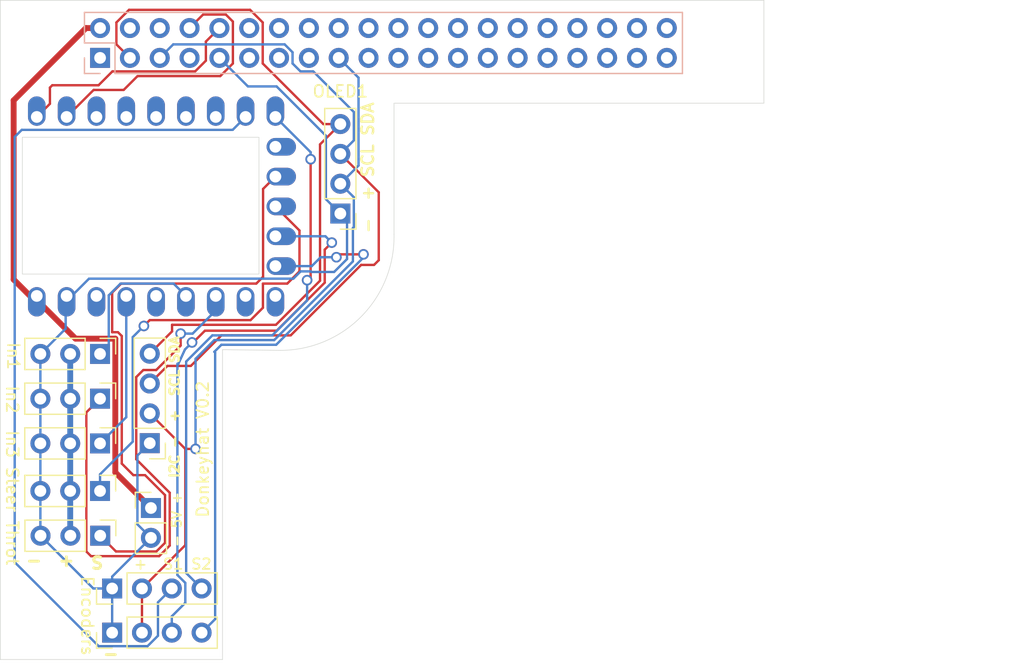
<source format=kicad_pcb>
(kicad_pcb (version 20240108) (generator "pcbnew") (generator_version "8.0")
  (title_block (date "15 nov 2012"))
  (layers (0 "F.Cu" signal) (31 "B.Cu" signal) (34 "B.Paste" user) (35 "F.Paste" user) (36 "B.SilkS" user "B.Silkscreen") (37 "F.SilkS" user "F.Silkscreen") (38 "B.Mask" user) (39 "F.Mask" user) (44 "Edge.Cuts" user))
  (net 0 "")
  (net 1 "GND")
  (net 2 "/GPIO2{slash}SDA1")
  (net 3 "/GPIO3{slash}SCL1")
  (net 4 "/GPIO4{slash}GPCLK0")
  (net 5 "/GPIO14{slash}TXD0")
  (net 6 "/GPIO15{slash}RXD0")
  (net 7 "/GPIO17")
  (net 8 "/GPIO18{slash}PCM.CLK")
  (net 9 "/GPIO27")
  (net 10 "/GPIO22")
  (net 11 "/GPIO23")
  (net 12 "/GPIO24")
  (net 13 "/GPIO10{slash}SPI0.MOSI")
  (net 14 "/GPIO9{slash}SPI0.MISO")
  (net 15 "/GPIO25")
  (net 16 "/GPIO11{slash}SPI0.SCLK")
  (net 17 "/GPIO8{slash}SPI0.CE0")
  (net 18 "/GPIO7{slash}SPI0.CE1")
  (net 19 "/ID_SDA")
  (net 20 "/ID_SCL")
  (net 21 "/GPIO5")
  (net 23 "/GPIO12{slash}PWM0")
  (net 24 "/GPIO13{slash}PWM1")
  (net 25 "/GPIO19{slash}PCM.FS")
  (net 26 "/GPIO16")
  (net 27 "/GPIO26")
  (net 28 "/GPIO20{slash}PCM.DIN")
  (net 29 "/GPIO21{slash}PCM.DOUT")
  (net 30 "+5V")
  (net 31 "+3V3")
  (net 32 "Enc2B")
  (net 33 "Enc2A")
  (net 34 "Enc1A")
  (net 36 "Enc1B")
  (net 38 "unconnected-(U2-15-Pad16)")
  (net 43 "Net-(In1-Pin_1)")
  (net 44 "Net-(In2-Pin_1)")
  (net 45 "Net-(In3-Pin_1)")
  (net 46 "Net-(St1-Pin_1)")
  (net 47 "Net-(Thr1-Pin_1)")
  (net 48 "+BATT")
  (footprint "MountingHole:MountingHole_2.7mm_M2.5" (layer "F.Cu") (at 161.5 47.5)
    (property "Reference" "MH2" (hide yes))
    (property "Value" "MountingHole_2.7mm_M2.5" (hide yes))
    (pad "" np_thru_hole circle (at 0 0) (size 2.7 2.7) (drill 2.7) (layers "*.Cu" "*.Mask"))
  )
  (footprint "mcu:rp2040-zero-tht" (layer "F.Cu") (at 113.14 61.42 90)
    (property "Reference" "U2" (hide yes))
    (property "Value" "rp2040-zero" (hide yes))
    (pad "1" thru_hole oval (at 7.62 -10.16 270) (size 2.5 1.5) (drill 1 (offset -0.5 0)) (layers "*.Cu" "*.Mask") (net 6 "/GPIO15{slash}RXD0"))
    (pad "2" thru_hole oval (at 7.62 -7.62 270) (size 2.5 1.5) (drill 1 (offset -0.5 0)) (layers "*.Cu" "*.Mask") (net 5 "/GPIO14{slash}TXD0"))
    (pad "3" thru_hole oval (at 7.62 -5.08 270) (size 2.5 1.5) (drill 1 (offset -0.5 0)) (layers "*.Cu" "*.Mask"))
    (pad "4" thru_hole oval (at 7.62 -2.54 270) (size 2.5 1.5) (drill 1 (offset -0.5 0)) (layers "*.Cu" "*.Mask"))
    (pad "5" thru_hole oval (at 7.62 0 270) (size 2.5 1.5) (drill 1 (offset -0.5 0)) (layers "*.Cu" "*.Mask"))
    (pad "6" thru_hole oval (at 7.62 2.54 270) (size 2.5 1.5) (drill 1 (offset -0.5 0)) (layers "*.Cu" "*.Mask"))
    (pad "7" thru_hole oval (at 7.62 5.08 270) (size 2.5 1.5) (drill 1 (offset -0.5 0)) (layers "*.Cu" "*.Mask"))
    (pad "8" thru_hole oval (at 7.62 7.62 270) (size 2.5 1.5) (drill 1 (offset -0.5 0)) (layers "*.Cu" "*.Mask") (net 34 "Enc1A"))
    (pad "9" thru_hole oval (at 7.62 10.16 270) (size 2.5 1.5) (drill 1 (offset -0.5 0)) (layers "*.Cu" "*.Mask") (net 36 "Enc1B"))
    (pad "10" thru_hole oval (at 5.08 10.16 180) (size 2.5 1.5) (drill 1 (offset -0.5 0)) (layers "*.Cu" "*.Mask"))
    (pad "11" thru_hole oval (at 2.54 10.16 180) (size 2.5 1.5) (drill 1 (offset -0.5 0)) (layers "*.Cu" "*.Mask") (net 46 "Net-(St1-Pin_1)"))
    (pad "12" thru_hole oval (at 0 10.16 180) (size 2.5 1.5) (drill 1 (offset -0.5 0)) (layers "*.Cu" "*.Mask") (net 47 "Net-(Thr1-Pin_1)"))
    (pad "13" thru_hole oval (at -2.54 10.16 180) (size 2.5 1.5) (drill 1 (offset -0.5 0)) (layers "*.Cu" "*.Mask") (net 33 "Enc2A"))
    (pad "14" thru_hole oval (at -5.08 10.16 180) (size 2.5 1.5) (drill 1 (offset -0.5 0)) (layers "*.Cu" "*.Mask") (net 32 "Enc2B"))
    (pad "15" thru_hole oval (at -7.62 10.16 90) (size 2.5 1.5) (drill 1 (offset -0.5 0)) (layers "*.Cu" "*.Mask"))
    (pad "16" thru_hole oval (at -7.62 7.62 90) (size 2.5 1.5) (drill 1 (offset -0.5 0)) (layers "*.Cu" "*.Mask") (net 38 "unconnected-(U2-15-Pad16)"))
    (pad "17" thru_hole oval (at -7.62 5.08 90) (size 2.5 1.5) (drill 1 (offset -0.5 0)) (layers "*.Cu" "*.Mask") (net 44 "Net-(In2-Pin_1)"))
    (pad "18" thru_hole oval (at -7.62 2.54 90) (size 2.5 1.5) (drill 1 (offset -0.5 0)) (layers "*.Cu" "*.Mask") (net 45 "Net-(In3-Pin_1)"))
    (pad "19" thru_hole oval (at -7.62 0 90) (size 2.5 1.5) (drill 1 (offset -0.5 0)) (layers "*.Cu" "*.Mask"))
    (pad "20" thru_hole oval (at -7.62 -2.54 90) (size 2.5 1.5) (drill 1 (offset -0.5 0)) (layers "*.Cu" "*.Mask") (net 43 "Net-(In1-Pin_1)"))
    (pad "21" thru_hole oval (at -7.62 -5.08 90) (size 2.5 1.5) (drill 1 (offset -0.5 0)) (layers "*.Cu" "*.Mask"))
    (pad "22" thru_hole oval (at -7.62 -7.62 90) (size 2.5 1.5) (drill 1 (offset -0.5 0)) (layers "*.Cu" "*.Mask") (net 1 "GND"))
    (pad "23" thru_hole oval (at -7.62 -10.16 90) (size 2.5 1.5) (drill 1 (offset -0.5 0)) (layers "*.Cu" "*.Mask") (net 30 "+5V"))
  )
  (footprint "Connector_PinHeader_2.54mm:PinHeader_1x03_P2.54mm_Vertical" (layer "F.Cu") (at 108.382 89.459 -90)
    (property "Reference" "St1" (hide yes))
    (property "Value" "Conn_01x03_Pin" (hide yes))
    (fp_line (start -1.33 6.409999) (end 1.33 6.409999) (stroke (width 0.12)) (layer "F.SilkS"))
    (fp_line (start -1.33 1.270001) (end -1.33 6.409999) (stroke (width 0.12)) (layer "F.SilkS"))
    (fp_line (start -1.33 1.270001) (end 1.33 1.270001) (stroke (width 0.12)) (layer "F.SilkS"))
    (fp_line (start 1.33 1.270001) (end 1.33 6.409999) (stroke (width 0.12)) (layer "F.SilkS"))
    (fp_line (start -1.33 0) (end -1.33 -1.33) (stroke (width 0.12)) (layer "F.SilkS"))
    (fp_line (start -1.33 -1.33) (end 0 -1.33) (stroke (width 0.12)) (layer "F.SilkS"))
    (pad "1" thru_hole rect (at 0 0 270) (size 1.7 1.7) (drill 1) (layers "*.Cu" "*.Mask") (net 46 "Net-(St1-Pin_1)"))
    (pad "2" thru_hole oval (at 0 2.54 270) (size 1.7 1.7) (drill 1) (layers "*.Cu" "*.Mask") (net 48 "+BATT"))
    (pad "3" thru_hole oval (at 0 5.079999 270) (size 1.7 1.7) (drill 1) (layers "*.Cu" "*.Mask") (net 1 "GND"))
  )
  (footprint "Connector_PinHeader_2.54mm:PinHeader_1x04_P2.54mm_Vertical" (layer "F.Cu") (at 109.398 97.714 90)
    (property "Reference" "J2" (hide yes))
    (property "Value" "Encoder 2" (hide yes))
    (fp_line (start -1.33 -1.33) (end 0 -1.33) (stroke (width 0.12)) (layer "F.SilkS"))
    (fp_line (start -1.33 0) (end -1.33 -1.33) (stroke (width 0.12)) (layer "F.SilkS"))
    (fp_line (start 1.33 1.270001) (end 1.33 8.95) (stroke (width 0.12)) (layer "F.SilkS"))
    (fp_line (start -1.33 1.270001) (end 1.33 1.270001) (stroke (width 0.12)) (layer "F.SilkS"))
    (fp_line (start -1.33 1.270001) (end -1.33 8.95) (stroke (width 0.12)) (layer "F.SilkS"))
    (fp_line (start -1.33 8.95) (end 1.33 8.95) (stroke (width 0.12)) (layer "F.SilkS"))
    (pad "1" thru_hole rect (at 0 0 90) (size 1.7 1.7) (drill 1) (layers "*.Cu" "*.Mask") (net 1 "GND"))
    (pad "2" thru_hole oval (at 0 2.54 90) (size 1.7 1.7) (drill 1) (layers "*.Cu" "*.Mask") (net 31 "+3V3"))
    (pad "3" thru_hole oval (at 0 5.079999 90) (size 1.7 1.7) (drill 1) (layers "*.Cu" "*.Mask") (net 33 "Enc2A"))
    (pad "4" thru_hole oval (at 0 7.62 90) (size 1.7 1.7) (drill 1) (layers "*.Cu" "*.Mask") (net 32 "Enc2B"))
  )
  (footprint "Connector_PinHeader_2.54mm:PinHeader_1x02_P2.54mm_Vertical" (layer "F.Cu") (at 112.7 87.1)
    (property "Reference" "5V1" (hide yes))
    (property "Value" "Conn_01x02_Pin" (hide yes))
    (fp_line (start -1.33 -1.33) (end 0 -1.33) (stroke (width 0.12)) (layer "F.SilkS"))
    (fp_line (start -1.33 0) (end -1.33 -1.33) (stroke (width 0.12)) (layer "F.SilkS"))
    (fp_line (start -1.33 1.27) (end -1.33 3.87) (stroke (width 0.12)) (layer "F.SilkS"))
    (fp_line (start -1.33 1.27) (end 1.33 1.27) (stroke (width 0.12)) (layer "F.SilkS"))
    (fp_line (start -1.33 3.87) (end 1.33 3.87) (stroke (width 0.12)) (layer "F.SilkS"))
    (fp_line (start 1.33 1.27) (end 1.33 3.87) (stroke (width 0.12)) (layer "F.SilkS"))
    (pad "1" thru_hole rect (at 0 0) (size 1.7 1.7) (drill 1) (layers "*.Cu" "*.Mask") (net 30 "+5V"))
    (pad "2" thru_hole oval (at 0 2.54) (size 1.7 1.7) (drill 1) (layers "*.Cu" "*.Mask") (net 1 "GND"))
  )
  (footprint "Connector_PinHeader_2.54mm:PinHeader_1x03_P2.54mm_Vertical" (layer "F.Cu") (at 108.367 73.98 -90)
    (property "Reference" "In3" (hide yes))
    (property "Value" "Conn_01x03_Pin" (hide yes))
    (fp_line (start -1.33 6.409999) (end 1.33 6.409999) (stroke (width 0.12)) (layer "F.SilkS"))
    (fp_line (start -1.33 1.270001) (end -1.33 6.409999) (stroke (width 0.12)) (layer "F.SilkS"))
    (fp_line (start -1.33 1.270001) (end 1.33 1.270001) (stroke (width 0.12)) (layer "F.SilkS"))
    (fp_line (start 1.33 1.270001) (end 1.33 6.409999) (stroke (width 0.12)) (layer "F.SilkS"))
    (fp_line (start -1.33 0) (end -1.33 -1.33) (stroke (width 0.12)) (layer "F.SilkS"))
    (fp_line (start -1.33 -1.33) (end 0 -1.33) (stroke (width 0.12)) (layer "F.SilkS"))
    (pad "1" thru_hole rect (at 0 0 270) (size 1.7 1.7) (drill 1) (layers "*.Cu" "*.Mask") (net 45 "Net-(In3-Pin_1)"))
    (pad "2" thru_hole oval (at 0 2.54 270) (size 1.7 1.7) (drill 1) (layers "*.Cu" "*.Mask") (net 48 "+BATT"))
    (pad "3" thru_hole oval (at 0 5.079999 270) (size 1.7 1.7) (drill 1) (layers "*.Cu" "*.Mask") (net 1 "GND"))
  )
  (footprint "MountingHole:MountingHole_2.7mm_M2.5" (layer "F.Cu") (at 103.5 96.5)
    (property "Reference" "MH3" (hide yes))
    (property "Value" "MountingHole_2.7mm_M2.5" (hide yes))
    (pad "" np_thru_hole circle (at 0 0) (size 2.7 2.7) (drill 2.7) (layers "*.Cu" "*.Mask"))
  )
  (footprint "Connector_PinHeader_2.54mm:PinHeader_1x03_P2.54mm_Vertical" (layer "F.Cu") (at 108.367001 77.79 -90)
    (property "Reference" "In2" (hide yes))
    (property "Value" "Conn_01x03_Pin" (hide yes))
    (fp_line (start -1.33 6.409999) (end 1.33 6.409999) (stroke (width 0.12)) (layer "F.SilkS"))
    (fp_line (start -1.33 1.270001) (end -1.33 6.409999) (stroke (width 0.12)) (layer "F.SilkS"))
    (fp_line (start -1.33 1.270001) (end 1.33 1.270001) (stroke (width 0.12)) (layer "F.SilkS"))
    (fp_line (start 1.33 1.270001) (end 1.33 6.409999) (stroke (width 0.12)) (layer "F.SilkS"))
    (fp_line (start -1.33 0) (end -1.33 -1.33) (stroke (width 0.12)) (layer "F.SilkS"))
    (fp_line (start -1.33 -1.33) (end 0 -1.33) (stroke (width 0.12)) (layer "F.SilkS"))
    (pad "1" thru_hole rect (at 0 0 270) (size 1.7 1.7) (drill 1) (layers "*.Cu" "*.Mask") (net 44 "Net-(In2-Pin_1)"))
    (pad "2" thru_hole oval (at 0 2.54 270) (size 1.7 1.7) (drill 1) (layers "*.Cu" "*.Mask") (net 48 "+BATT"))
    (pad "3" thru_hole oval (at 0 5.079999 270) (size 1.7 1.7) (drill 1) (layers "*.Cu" "*.Mask") (net 1 "GND"))
  )
  (footprint "MountingHole:MountingHole_2.7mm_M2.5" (layer "F.Cu") (at 103.5 47.5)
    (property "Reference" "MH1" (hide yes))
    (property "Value" "MountingHole_2.7mm_M2.5" (hide yes))
    (pad "" np_thru_hole circle (at 0 0) (size 2.7 2.7) (drill 2.7) (layers "*.Cu" "*.Mask"))
  )
  (footprint "Connector_PinHeader_2.54mm:PinHeader_1x04_P2.54mm_Vertical" (layer "F.Cu") (at 128.829 62.027 180)
    (property "Reference" "OLED1" (at 0 10.404 180) (layer "F.SilkS"))
    (property "Value" "Conn_01x04_Pin")
    (fp_line (start 1.33 1.27) (end 1.33 8.95) (stroke (width 0.12)) (layer "F.SilkS"))
    (fp_line (start -1.33 8.95) (end 1.33 8.95) (stroke (width 0.12)) (layer "F.SilkS"))
    (fp_line (start -1.33 1.27) (end 1.33 1.27) (stroke (width 0.12)) (layer "F.SilkS"))
    (fp_line (start -1.33 1.27) (end -1.33 8.95) (stroke (width 0.12)) (layer "F.SilkS"))
    (fp_line (start -1.33 0) (end -1.33 -1.33) (stroke (width 0.12)) (layer "F.SilkS"))
    (fp_line (start -1.33 -1.33) (end 0 -1.33) (stroke (width 0.12)) (layer "F.SilkS"))
    (pad "1" thru_hole rect (at 0 0 180) (size 1.7 1.7) (drill 1) (layers "*.Cu" "*.Mask") (net 1 "GND"))
    (pad "2" thru_hole oval (at 0 2.54 180) (size 1.7 1.7) (drill 1) (layers "*.Cu" "*.Mask") (net 31 "+3V3"))
    (pad "3" thru_hole oval (at 0 5.08 180) (size 1.7 1.7) (drill 1) (layers "*.Cu" "*.Mask") (net 3 "/GPIO3{slash}SCL1"))
    (pad "4" thru_hole oval (at 0 7.62 180) (size 1.7 1.7) (drill 1) (layers "*.Cu" "*.Mask") (net 2 "/GPIO2{slash}SDA1"))
  )
  (footprint "Connector_PinHeader_2.54mm:PinHeader_1x04_P2.54mm_Vertical" (layer "F.Cu") (at 109.398 93.953 90)
    (property "Reference" "J3" (hide yes))
    (property "Value" "Encoder 1" (hide yes))
    (fp_line (start -1.33 -1.33) (end 0 -1.33) (stroke (width 0.12)) (layer "F.SilkS"))
    (fp_line (start -1.33 0) (end -1.33 -1.33) (stroke (width 0.12)) (layer "F.SilkS"))
    (fp_line (start 1.33 1.270001) (end 1.33 8.95) (stroke (width 0.12)) (layer "F.SilkS"))
    (fp_line (start -1.33 1.270001) (end 1.33 1.270001) (stroke (width 0.12)) (layer "F.SilkS"))
    (fp_line (start -1.33 1.270001) (end -1.33 8.95) (stroke (width 0.12)) (layer "F.SilkS"))
    (fp_line (start -1.33 8.95) (end 1.33 8.95) (stroke (width 0.12)) (layer "F.SilkS"))
    (pad "1" thru_hole rect (at 0 0 90) (size 1.7 1.7) (drill 1) (layers "*.Cu" "*.Mask") (net 1 "GND"))
    (pad "2" thru_hole oval (at 0 2.54 90) (size 1.7 1.7) (drill 1) (layers "*.Cu" "*.Mask") (net 31 "+3V3"))
    (pad "3" thru_hole oval (at 0 5.079999 90) (size 1.7 1.7) (drill 1) (layers "*.Cu" "*.Mask") (net 34 "Enc1A"))
    (pad "4" thru_hole oval (at 0 7.62 90) (size 1.7 1.7) (drill 1) (layers "*.Cu" "*.Mask") (net 36 "Enc1B"))
  )
  (footprint "Connector_PinHeader_2.54mm:PinHeader_1x03_P2.54mm_Vertical" (layer "F.Cu") (at 108.367 81.6 -90)
    (property "Reference" "In1" (hide yes))
    (property "Value" "RC 1" (hide yes))
    (fp_line (start -1.33 6.409999) (end 1.33 6.409999) (stroke (width 0.12)) (layer "F.SilkS"))
    (fp_line (start -1.33 1.270001) (end -1.33 6.409999) (stroke (width 0.12)) (layer "F.SilkS"))
    (fp_line (start -1.33 1.270001) (end 1.33 1.270001) (stroke (width 0.12)) (layer "F.SilkS"))
    (fp_line (start 1.33 1.270001) (end 1.33 6.409999) (stroke (width 0.12)) (layer "F.SilkS"))
    (fp_line (start -1.33 0) (end -1.33 -1.33) (stroke (width 0.12)) (layer "F.SilkS"))
    (fp_line (start -1.33 -1.33) (end 0 -1.33) (stroke (width 0.12)) (layer "F.SilkS"))
    (pad "1" thru_hole rect (at 0 0 270) (size 1.7 1.7) (drill 1) (layers "*.Cu" "*.Mask") (net 43 "Net-(In1-Pin_1)"))
    (pad "2" thru_hole oval (at 0 2.54 270) (size 1.7 1.7) (drill 1) (layers "*.Cu" "*.Mask") (net 48 "+BATT"))
    (pad "3" thru_hole oval (at 0 5.079999 270) (size 1.7 1.7) (drill 1) (layers "*.Cu" "*.Mask") (net 1 "GND"))
  )
  (footprint "Connector_PinHeader_2.54mm:PinHeader_1x04_P2.54mm_Vertical" (layer "F.Cu") (at 112.6 81.58 180)
    (property "Reference" "I2C1" (hide yes))
    (property "Value" "Conn_01x04_Pin")
    (fp_line (start 1.33 1.27) (end 1.33 8.95) (stroke (width 0.12)) (layer "F.SilkS"))
    (fp_line (start -1.33 8.95) (end 1.33 8.95) (stroke (width 0.12)) (layer "F.SilkS"))
    (fp_line (start -1.33 1.27) (end 1.33 1.27) (stroke (width 0.12)) (layer "F.SilkS"))
    (fp_line (start -1.33 1.27) (end -1.33 8.95) (stroke (width 0.12)) (layer "F.SilkS"))
    (fp_line (start -1.33 0) (end -1.33 -1.33) (stroke (width 0.12)) (layer "F.SilkS"))
    (fp_line (start -1.33 -1.33) (end 0 -1.33) (stroke (width 0.12)) (layer "F.SilkS"))
    (pad "1" thru_hole rect (at 0 0 180) (size 1.7 1.7) (drill 1) (layers "*.Cu" "*.Mask") (net 1 "GND"))
    (pad "2" thru_hole oval (at 0 2.54 180) (size 1.7 1.7) (drill 1) (layers "*.Cu" "*.Mask") (net 31 "+3V3"))
    (pad "3" thru_hole oval (at 0 5.08 180) (size 1.7 1.7) (drill 1) (layers "*.Cu" "*.Mask") (net 3 "/GPIO3{slash}SCL1"))
    (pad "4" thru_hole oval (at 0 7.62 180) (size 1.7 1.7) (drill 1) (layers "*.Cu" "*.Mask") (net 2 "/GPIO2{slash}SDA1"))
  )
  (footprint "MountingHole:MountingHole_2.7mm_M2.5" (layer "F.Cu") (at 161.5 96.5)
    (property "Reference" "MH4" (hide yes))
    (property "Value" "MountingHole_2.7mm_M2.5" (hide yes))
    (pad "" np_thru_hole circle (at 0 0) (size 2.7 2.7) (drill 2.7) (layers "*.Cu" "*.Mask"))
  )
  (footprint "Connector_PinHeader_2.54mm:PinHeader_1x03_P2.54mm_Vertical" (layer "F.Cu") (at 108.367 85.649 -90)
    (property "Reference" "Thr1" (hide yes))
    (property "Value" "Conn_01x03_Pin" (hide yes))
    (fp_line (start -1.33 6.409999) (end 1.33 6.409999) (stroke (width 0.12)) (layer "F.SilkS"))
    (fp_line (start -1.33 1.270001) (end -1.33 6.409999) (stroke (width 0.12)) (layer "F.SilkS"))
    (fp_line (start -1.33 1.270001) (end 1.33 1.270001) (stroke (width 0.12)) (layer "F.SilkS"))
    (fp_line (start 1.33 1.270001) (end 1.33 6.409999) (stroke (width 0.12)) (layer "F.SilkS"))
    (fp_line (start -1.33 0) (end -1.33 -1.33) (stroke (width 0.12)) (layer "F.SilkS"))
    (fp_line (start -1.33 -1.33) (end 0 -1.33) (stroke (width 0.12)) (layer "F.SilkS"))
    (pad "1" thru_hole rect (at 0 0 270) (size 1.7 1.7) (drill 1) (layers "*.Cu" "*.Mask") (net 47 "Net-(Thr1-Pin_1)"))
    (pad "2" thru_hole oval (at 0 2.54 270) (size 1.7 1.7) (drill 1) (layers "*.Cu" "*.Mask") (net 48 "+BATT"))
    (pad "3" thru_hole oval (at 0 5.079999 270) (size 1.7 1.7) (drill 1) (layers "*.Cu" "*.Mask") (net 1 "GND"))
  )
  (footprint "Connector_PinSocket_2.54mm:PinSocket_2x20_P2.54mm_Vertical" (layer "B.Cu") (at 108.37 48.77 -90)
    (property "Reference" "J1" (hide yes))
    (property "Value" "GPIO" (hide yes))
    (fp_line (start -3.87 1.33) (end -1.27 1.33) (stroke (width 0.12)) (layer "B.SilkS"))
    (fp_line (start -3.87 1.33) (end -3.87 -49.59) (stroke (width 0.12)) (layer "B.SilkS"))
    (fp_line (start -1.27 1.33) (end -1.27 -1.27) (stroke (width 0.12)) (layer "B.SilkS"))
    (fp_line (start 0 1.33) (end 1.33 1.33) (stroke (width 0.12)) (layer "B.SilkS"))
    (fp_line (start 1.33 1.33) (end 1.33 0) (stroke (width 0.12)) (layer "B.SilkS"))
    (fp_line (start -1.27 -1.27) (end 1.33 -1.27) (stroke (width 0.12)) (layer "B.SilkS"))
    (fp_line (start 1.33 -1.27) (end 1.33 -49.59) (stroke (width 0.12)) (layer "B.SilkS"))
    (fp_line (start -3.87 -49.59) (end 1.33 -49.59) (stroke (width 0.12)) (layer "B.SilkS"))
    (pad "1" thru_hole rect (at 0 0 270) (size 1.7 1.7) (drill 1) (layers "*.Cu" "*.Mask") (net 31 "+3V3"))
    (pad "2" thru_hole oval (at -2.54 0 270) (size 1.7 1.7) (drill 1) (layers "*.Cu" "*.Mask") (net 30 "+5V"))
    (pad "3" thru_hole oval (at 0 -2.54 270) (size 1.7 1.7) (drill 1) (layers "*.Cu" "*.Mask") (net 2 "/GPIO2{slash}SDA1"))
    (pad "4" thru_hole oval (at -2.54 -2.54 270) (size 1.7 1.7) (drill 1) (layers "*.Cu" "*.Mask") (net 30 "+5V"))
    (pad "5" thru_hole oval (at 0 -5.08 270) (size 1.7 1.7) (drill 1) (layers "*.Cu" "*.Mask") (net 3 "/GPIO3{slash}SCL1"))
    (pad "6" thru_hole oval (at -2.54 -5.08 270) (size 1.7 1.7) (drill 1) (layers "*.Cu" "*.Mask") (net 1 "GND"))
    (pad "7" thru_hole oval (at 0 -7.62 270) (size 1.7 1.7) (drill 1) (layers "*.Cu" "*.Mask") (net 4 "/GPIO4{slash}GPCLK0"))
    (pad "8" thru_hole oval (at -2.54 -7.62 270) (size 1.7 1.7) (drill 1) (layers "*.Cu" "*.Mask") (net 5 "/GPIO14{slash}TXD0"))
    (pad "9" thru_hole oval (at 0 -10.16 270) (size 1.7 1.7) (drill 1) (layers "*.Cu" "*.Mask") (net 1 "GND"))
    (pad "10" thru_hole oval (at -2.54 -10.16 270) (size 1.7 1.7) (drill 1) (layers "*.Cu" "*.Mask") (net 6 "/GPIO15{slash}RXD0"))
    (pad "11" thru_hole oval (at 0 -12.7 270) (size 1.7 1.7) (drill 1) (layers "*.Cu" "*.Mask") (net 7 "/GPIO17"))
    (pad "12" thru_hole oval (at -2.54 -12.7 270) (size 1.7 1.7) (drill 1) (layers "*.Cu" "*.Mask") (net 8 "/GPIO18{slash}PCM.CLK"))
    (pad "13" thru_hole oval (at 0 -15.24 270) (size 1.7 1.7) (drill 1) (layers "*.Cu" "*.Mask") (net 9 "/GPIO27"))
    (pad "14" thru_hole oval (at -2.54 -15.24 270) (size 1.7 1.7) (drill 1) (layers "*.Cu" "*.Mask") (net 1 "GND"))
    (pad "15" thru_hole oval (at 0 -17.78 270) (size 1.7 1.7) (drill 1) (layers "*.Cu" "*.Mask") (net 10 "/GPIO22"))
    (pad "16" thru_hole oval (at -2.54 -17.78 270) (size 1.7 1.7) (drill 1) (layers "*.Cu" "*.Mask") (net 11 "/GPIO23"))
    (pad "17" thru_hole oval (at 0 -20.32 270) (size 1.7 1.7) (drill 1) (layers "*.Cu" "*.Mask") (net 31 "+3V3"))
    (pad "18" thru_hole oval (at -2.54 -20.32 270) (size 1.7 1.7) (drill 1) (layers "*.Cu" "*.Mask") (net 12 "/GPIO24"))
    (pad "19" thru_hole oval (at 0 -22.86 270) (size 1.7 1.7) (drill 1) (layers "*.Cu" "*.Mask") (net 13 "/GPIO10{slash}SPI0.MOSI"))
    (pad "20" thru_hole oval (at -2.54 -22.86 270) (size 1.7 1.7) (drill 1) (layers "*.Cu" "*.Mask") (net 1 "GND"))
    (pad "21" thru_hole oval (at 0 -25.4 270) (size 1.7 1.7) (drill 1) (layers "*.Cu" "*.Mask") (net 14 "/GPIO9{slash}SPI0.MISO"))
    (pad "22" thru_hole oval (at -2.54 -25.4 270) (size 1.7 1.7) (drill 1) (layers "*.Cu" "*.Mask") (net 15 "/GPIO25"))
    (pad "23" thru_hole oval (at 0 -27.94 270) (size 1.7 1.7) (drill 1) (layers "*.Cu" "*.Mask") (net 16 "/GPIO11{slash}SPI0.SCLK"))
    (pad "24" thru_hole oval (at -2.54 -27.94 270) (size 1.7 1.7) (drill 1) (layers "*.Cu" "*.Mask") (net 17 "/GPIO8{slash}SPI0.CE0"))
    (pad "25" thru_hole oval (at 0 -30.48 270) (size 1.7 1.7) (drill 1) (layers "*.Cu" "*.Mask") (net 1 "GND"))
    (pad "26" thru_hole oval (at -2.54 -30.48 270) (size 1.7 1.7) (drill 1) (layers "*.Cu" "*.Mask") (net 18 "/GPIO7{slash}SPI0.CE1"))
    (pad "27" thru_hole oval (at 0 -33.02 270) (size 1.7 1.7) (drill 1) (layers "*.Cu" "*.Mask") (net 19 "/ID_SDA"))
    (pad "28" thru_hole oval (at -2.54 -33.02 270) (size 1.7 1.7) (drill 1) (layers "*.Cu" "*.Mask") (net 20 "/ID_SCL"))
    (pad "29" thru_hole oval (at 0 -35.56 270) (size 1.7 1.7) (drill 1) (layers "*.Cu" "*.Mask") (net 21 "/GPIO5"))
    (pad "30" thru_hole oval (at -2.54 -35.56 270) (size 1.7 1.7) (drill 1) (layers "*.Cu" "*.Mask") (net 1 "GND"))
    (pad "31" thru_hole oval (at 0 -38.1 270) (size 1.7 1.7) (drill 1) (layers "*.Cu" "*.Mask"))
    (pad "32" thru_hole oval (at -2.54 -38.1 270) (size 1.7 1.7) (drill 1) (layers "*.Cu" "*.Mask") (net 23 "/GPIO12{slash}PWM0"))
    (pad "33" thru_hole oval (at 0 -40.64 270) (size 1.7 1.7) (drill 1) (layers "*.Cu" "*.Mask") (net 24 "/GPIO13{slash}PWM1"))
    (pad "34" thru_hole oval (at -2.54 -40.64 270) (size 1.7 1.7) (drill 1) (layers "*.Cu" "*.Mask") (net 1 "GND"))
    (pad "35" thru_hole oval (at 0 -43.18 270) (size 1.7 1.7) (drill 1) (layers "*.Cu" "*.Mask") (net 25 "/GPIO19{slash}PCM.FS"))
    (pad "36" thru_hole oval (at -2.54 -43.18 270) (size 1.7 1.7) (drill 1) (layers "*.Cu" "*.Mask") (net 26 "/GPIO16"))
    (pad "37" thru_hole oval (at 0 -45.72 270) (size 1.7 1.7) (drill 1) (layers "*.Cu" "*.Mask") (net 27 "/GPIO26"))
    (pad "38" thru_hole oval (at -2.54 -45.72 270) (size 1.7 1.7) (drill 1) (layers "*.Cu" "*.Mask") (net 28 "/GPIO20{slash}PCM.DIN"))
    (pad "39" thru_hole oval (at 0 -48.26 270) (size 1.7 1.7) (drill 1) (layers "*.Cu" "*.Mask") (net 1 "GND"))
    (pad "40" thru_hole oval (at -2.54 -48.26 270) (size 1.7 1.7) (drill 1) (layers "*.Cu" "*.Mask") (net 29 "/GPIO21{slash}PCM.DOUT"))
  )
  (gr_line (start 115 74.9) (end 115.6 73.6) (stroke (width 0.2)) (layer "B.Cu") (net 33))
  (gr_line (start 99.873 100) (end 118.796 100) (stroke (width 0.05)) (layer "Edge.Cuts"))
  (gr_line (start 164.897 43.866) (end 99.873 43.866) (stroke (width 0.05)) (layer "Edge.Cuts"))
  (gr_line (start 118.796 100) (end 118.796 73.61575) (stroke (width 0.05)) (layer "Edge.Cuts"))
  (gr_line (start 99.873 43.866) (end 99.873 100) (stroke (width 0.05)) (layer "Edge.Cuts"))
  (gr_rect (start 101.75 55.528) (end 121.9 67.18) (stroke (width 0.05)) (fill none) (layer "Edge.Cuts"))
  (gr_arc (start 133.400999 63.805) (mid 130.648775 70.75824) (end 123.76314 73.675483) (stroke (width 0.05)) (layer "Edge.Cuts"))
  (gr_line (start 118.796 73.61575) (end 123.76314 73.675483) (stroke (width 0.05)) (layer "Edge.Cuts"))
  (gr_line (start 164.897 52.629) (end 164.897 43.866) (stroke (width 0.05)) (layer "Edge.Cuts"))
  (gr_line (start 133.401 52.629) (end 133.401 63.805) (stroke (width 0.05)) (layer "Edge.Cuts"))
  (gr_line (start 133.401 52.629) (end 164.897 52.629) (stroke (width 0.05)) (layer "Edge.Cuts"))
  (gr_text "I2C -  +  SCL SDA" (at 115.181 84.649 90) (layer "F.SilkS") (effects (font (size 0.8 0.8) (thickness 0.2) (bold yes)) (justify left bottom)))
  (gr_text "Encoders" (at 106.7 92.8 -90) (layer "F.SilkS") (effects (font (size 1 1)) (justify left bottom)))
  (gr_text "   +  S1 S2" (at 109.1 92.4 0) (layer "F.SilkS") (effects (font (size 0.9 0.9)) (justify left bottom)))
  (gr_text "S  +  -" (at 108.763 91.11 180) (layer "F.SilkS") (effects (font (size 1 1) (thickness 0.25) (bold yes)) (justify left bottom)))
  (gr_text "Steer" (at 100.3 83.5 270) (layer "F.SilkS") (effects (font (size 1 1)) (justify left bottom)))
  (gr_text "Throt" (at 100.3 88.1 270) (layer "F.SilkS") (effects (font (size 1 1)) (justify left bottom)))
  (gr_text "- 5V +" (at 115.367 90.5 90) (layer "F.SilkS") (effects (font (size 0.8 0.8)) (justify left bottom)))
  (gr_text "In3" (at 100.3 80.396 270) (layer "F.SilkS") (effects (font (size 1 1)) (justify left bottom)))
  (gr_text "In2" (at 100.3 76.596 270) (layer "F.SilkS") (effects (font (size 1 1)) (justify left bottom)))
  (gr_text "Donkeyhat V0.2" (at 117.7 88 90) (layer "F.SilkS") (effects (font (size 1 1)) (justify left bottom)))
  (gr_text "-" (at 108.5 100.1 0) (layer "F.SilkS") (effects (font (size 1 1) (thickness 0.25) (bold yes)) (justify left bottom)))
  (gr_text "In1" (at 100.4 72.896 -90) (layer "F.SilkS") (effects (font (size 1 1)) (justify left bottom)))
  (gr_text "-  + SCL SDA" (at 131.75 63.805 90) (layer "F.SilkS") (effects (font (size 1 1) (thickness 0.2) (bold yes)) (justify left bottom)))
  (segment (start 109.921001 97.953) (end 109.906001 97.968) (width 0.2) (layer "F.Cu") (net 1))
  (segment (start 103.287001 89.444) (end 103.302001 89.459) (width 0.2) (layer "F.Cu") (net 1))
  (segment (start 109.906 94.285) (end 109.921001 94.285) (width 0.2) (layer "F.Cu") (net 1))
  (segment (start 103.287001 73.98) (end 103.287001 89.444) (width 0.2) (layer "B.Cu") (net 1))
  (segment (start 107.43 67.57) (end 124.83 67.57) (width 0.2) (layer "B.Cu") (net 1))
  (segment (start 129.4 62.598) (end 128.829 62.027) (width 0.2) (layer "B.Cu") (net 1))
  (segment (start 105.44 71.827001) (end 105.44 69.56) (width 0.2) (layer "B.Cu") (net 1))
  (segment (start 103.302001 89.459) (end 107.796001 93.953) (width 0.2) (layer "B.Cu") (net 1))
  (segment (start 109.398 92.942) (end 112.7 89.64) (width 0.2) (layer "B.Cu") (net 1))
  (segment (start 129.4 65.9) (end 129.4 62.598) (width 0.2) (layer "B.Cu") (net 1))
  (segment (start 124.83 67.57) (end 125.45 66.95) (width 0.2) (layer "B.Cu") (net 1))
  (segment (start 111.55 88.49) (end 111.55 82.63) (width 0.2) (layer "B.Cu") (net 1))
  (segment (start 123.4 51.2) (end 127.6 55.4) (width 0.2) (layer "B.Cu") (net 1))
  (segment (start 127.6 55.4) (end 127.6 60.798) (width 0.2) (layer "B.Cu") (net 1))
  (segment (start 111.55 82.63) (end 112.6 81.58) (width 0.2) (layer "B.Cu") (net 1))
  (segment (start 107.796001 93.953) (end 109.398 93.953) (width 0.2) (layer "B.Cu") (net 1))
  (segment (start 126.310661 66.95) (end 126.360661 67) (width 0.2) (layer "B.Cu") (net 1))
  (segment (start 105.44 69.56) (end 107.43 67.57) (width 0.2) (layer "B.Cu") (net 1))
  (segment (start 103.287001 73.98) (end 105.44 71.827001) (width 0.2) (layer "B.Cu") (net 1))
  (segment (start 125.45 66.95) (end 126.310661 66.95) (width 0.2) (layer "B.Cu") (net 1))
  (segment (start 109.398 93.953) (end 109.398 92.942) (width 0.2) (layer "B.Cu") (net 1))
  (segment (start 118.53 48.77) (end 120.96 51.2) (width 0.2) (layer "B.Cu") (net 1))
  (segment (start 109.398 93.953) (end 109.398 97.714) (width 0.2) (layer "B.Cu") (net 1))
  (segment (start 112.7 89.64) (end 111.55 88.49) (width 0.2) (layer "B.Cu") (net 1))
  (segment (start 127.6 60.798) (end 128.829 62.027) (width 0.2) (layer "B.Cu") (net 1))
  (segment (start 128.3 67) (end 129.4 65.9) (width 0.2) (layer "B.Cu") (net 1))
  (segment (start 120.96 51.2) (end 123.4 51.2) (width 0.2) (layer "B.Cu") (net 1))
  (segment (start 126.360661 67) (end 128.3 67) (width 0.2) (layer "B.Cu") (net 1))
  (segment (start 103.287001 89.444) (end 103.302001 89.459) (width 0.2) (layer "B.Cu") (net 1))
  (segment (start 127.1 67.744924) (end 123.344924 71.5) (width 0.2) (layer "F.Cu") (net 2))
  (segment (start 122.22 45.753654) (end 121.146346 44.68) (width 0.2) (layer "F.Cu") (net 2))
  (segment (start 109.76 47.62) (end 110.91 48.77) (width 0.2) (layer "F.Cu") (net 2))
  (segment (start 109.76 45.753654) (end 109.76 47.62) (width 0.2) (layer "F.Cu") (net 2))
  (segment (start 127.1 56.136) (end 127.1 67.744924) (width 0.2) (layer "F.Cu") (net 2))
  (segment (start 128.829 54.407) (end 127.1 56.136) (width 0.2) (layer "F.Cu") (net 2))
  (segment (start 127.380654 54.407) (end 122.22 49.246346) (width 0.2) (layer "F.Cu") (net 2))
  (segment (start 114.5 72.06) (end 112.6 73.96) (width 0.2) (layer "F.Cu") (net 2))
  (segment (start 122.22 49.246346) (end 122.22 45.753654) (width 0.2) (layer "F.Cu") (net 2))
  (segment (start 121.146346 44.68) (end 110.833654 44.68) (width 0.2) (layer "F.Cu") (net 2))
  (segment (start 128.829 54.407) (end 127.380654 54.407) (width 0.2) (layer "F.Cu") (net 2))
  (segment (start 123.344924 71.5) (end 114.5 71.5) (width 0.2) (layer "F.Cu") (net 2))
  (segment (start 114.5 71.5) (end 114.5 72.06) (width 0.2) (layer "F.Cu") (net 2))
  (segment (start 110.833654 44.68) (end 109.76 45.753654) (width 0.2) (layer "F.Cu") (net 2))
  (segment (start 132.1 60.218) (end 128.829 56.947) (width 0.2) (layer "F.Cu") (net 3))
  (segment (start 112.6 76.5) (end 114.1 75) (width 0.2) (layer "F.Cu") (net 3))
  (segment (start 114.1 75) (end 116.1 75) (width 0.2) (layer "F.Cu") (net 3))
  (segment (start 116.1 75) (end 118.7 72.4) (width 0.2) (layer "F.Cu") (net 3))
  (segment (start 118.7 72.4) (end 124.6 72.4) (width 0.2) (layer "F.Cu") (net 3))
  (segment (start 132.1 66) (end 132.1 60.218) (width 0.2) (layer "F.Cu") (net 3))
  (segment (start 130.6 66.4) (end 131.7 66.4) (width 0.2) (layer "F.Cu") (net 3))
  (segment (start 124.6 72.4) (end 130.6 66.4) (width 0.2) (layer "F.Cu") (net 3))
  (segment (start 131.7 66.4) (end 132.1 66) (width 0.2) (layer "F.Cu") (net 3))
  (segment (start 124.76 49.246346) (end 124.76 48.293654) (width 0.2) (layer "B.Cu") (net 3))
  (segment (start 114.6 47.62) (end 113.45 48.77) (width 0.2) (layer "B.Cu") (net 3))
  (segment (start 128.829 56.947) (end 129.979 55.797) (width 0.2) (layer "B.Cu") (net 3))
  (segment (start 124.086346 47.62) (end 114.6 47.62) (width 0.2) (layer "B.Cu") (net 3))
  (segment (start 129.979 53.379) (end 126.52 49.92) (width 0.2) (layer "B.Cu") (net 3))
  (segment (start 124.76 48.293654) (end 124.086346 47.62) (width 0.2) (layer "B.Cu") (net 3))
  (segment (start 126.52 49.92) (end 125.433654 49.92) (width 0.2) (layer "B.Cu") (net 3))
  (segment (start 125.433654 49.92) (end 124.76 49.246346) (width 0.2) (layer "B.Cu") (net 3))
  (segment (start 129.979 55.797) (end 129.979 53.379) (width 0.2) (layer "B.Cu") (net 3))
  (segment (start 111.56 50.32) (end 110.38 51.5) (width 0.2) (layer "F.Cu") (net 5))
  (segment (start 119.68 49.246346) (end 119.68 45.68) (width 0.2) (layer "F.Cu") (net 5))
  (segment (start 110.38 51.5) (end 107.82 51.5) (width 0.2) (layer "F.Cu") (net 5))
  (segment (start 111.56 50.32) (end 118.606346 50.32) (width 0.2) (layer "F.Cu") (net 5))
  (segment (start 107.82 51.5) (end 105.52 53.8) (width 0.2) (layer "F.Cu") (net 5))
  (segment (start 117.14 45.08) (end 115.99 46.23) (width 0.2) (layer "F.Cu") (net 5))
  (segment (start 118.606346 50.32) (end 119.68 49.246346) (width 0.2) (layer "F.Cu") (net 5))
  (segment (start 119.08 45.08) (end 117.14 45.08) (width 0.2) (layer "F.Cu") (net 5))
  (segment (start 119.68 45.68) (end 119.08 45.08) (width 0.2) (layer "F.Cu") (net 5))
  (segment (start 104.1 51.3) (end 104.1 52.68) (width 0.2) (layer "F.Cu") (net 6))
  (segment (start 109.42 49.92) (end 108.24 51.1) (width 0.2) (layer "F.Cu") (net 6))
  (segment (start 109.42 49.92) (end 116.466346 49.92) (width 0.2) (layer "F.Cu") (net 6))
  (segment (start 117.38 49.006346) (end 117.38 47.38) (width 0.2) (layer "F.Cu") (net 6))
  (segment (start 117.38 47.38) (end 118.53 46.23) (width 0.2) (layer "F.Cu") (net 6))
  (segment (start 108.24 51.1) (end 104.3 51.1) (width 0.2) (layer "F.Cu") (net 6))
  (segment (start 116.466346 49.92) (end 117.38 49.006346) (width 0.2) (layer "F.Cu") (net 6))
  (segment (start 104.3 51.1) (end 104.1 51.3) (width 0.2) (layer "F.Cu") (net 6))
  (segment (start 104.1 52.68) (end 102.98 53.8) (width 0.2) (layer "F.Cu") (net 6))
  (segment (start 102.505736 69.14) (end 102.9 69.14) (width 0.5) (layer "F.Cu") (net 30))
  (segment (start 106.282944 72.68) (end 109.667 72.68) (width 0.5) (layer "F.Cu") (net 30))
  (segment (start 101.01 67.644264) (end 102.505736 69.14) (width 0.5) (layer "F.Cu") (net 30))
  (segment (start 109.667 72.68) (end 109.667 84.067) (width 0.5) (layer "F.Cu") (net 30))
  (segment (start 102.9 69.297056) (end 106.282944 72.68) (width 0.5) (layer "F.Cu") (net 30))
  (segment (start 102.9 69.14) (end 102.9 69.297056) (width 0.5) (layer "F.Cu") (net 30))
  (segment (start 101.01 52.387919) (end 101.01 67.644264) (width 0.5) (layer "F.Cu") (net 30))
  (segment (start 108.37 46.23) (end 107.167919 46.23) (width 0.5) (layer "F.Cu") (net 30))
  (segment (start 109.667 84.067) (end 112.7 87.1) (width 0.5) (layer "F.Cu") (net 30))
  (segment (start 107.167919 46.23) (end 101.01 52.387919) (width 0.5) (layer "F.Cu") (net 30))
  (segment (start 115.627999 82.067999) (end 115.627999 90.263001) (width 0.2) (layer "F.Cu") (net 31))
  (segment (start 112.6 79.04) (end 115.627999 82.067999) (width 0.2) (layer "F.Cu") (net 31))
  (segment (start 111.938 93.953) (end 111.938 97.714) (width 0.2) (layer "F.Cu") (net 31))
  (segment (start 115.627999 90.263001) (end 111.938 93.953) (width 0.2) (layer "F.Cu") (net 31))
  (segment (start 116.5 82.067999) (end 115.627999 82.067999) (width 0.2) (layer "F.Cu") (net 31))
  (via (at 116.5 82.067999) (size 0.9) (drill 0.6) (layers "F.Cu" "B.Cu") (net 31))
  (segment (start 129.9 63.256) (end 129.979 63.177) (width 0.2) (layer "B.Cu") (net 31))
  (segment (start 128.69 48.77) (end 130.379 50.459) (width 0.2) (layer "B.Cu") (net 31))
  (segment (start 123.2 72.8) (end 123.434314 72.565685) (width 0.2) (layer "B.Cu") (net 31))
  (segment (start 112.192 97.713999) (end 112.446001 97.968) (width 0.2) (layer "B.Cu") (net 31))
  (segment (start 126.4 69.6) (end 129.9 66.1) (width 0.2) (layer "B.Cu") (net 31))
  (segment (start 129.9 66.1) (end 129.9 63.256) (width 0.2) (layer "B.Cu") (net 31))
  (segment (start 118.096296 72.8) (end 123.2 72.8) (width 0.2) (layer "B.Cu") (net 31))
  (segment (start 130.379 50.459) (end 130.379 57.937) (width 0.2) (layer "B.Cu") (net 31))
  (segment (start 130.379 57.937) (end 128.829 59.487) (width 0.2) (layer "B.Cu") (net 31))
  (segment (start 129.979 60.637) (end 128.829 59.487) (width 0.2) (layer "B.Cu") (net 31))
  (segment (start 116.5 74.396296) (end 118.096296 72.8) (width 0.2) (layer "B.Cu") (net 31))
  (segment (start 129.979 63.177) (end 129.979 60.637) (width 0.2) (layer "B.Cu") (net 31))
  (segment (start 116.5 82.067999) (end 116.5 74.396296) (width 0.2) (layer "B.Cu") (net 31))
  (segment (start 123.434314 72.565685) (end 126.4 69.6) (width 0.2) (layer "B.Cu") (net 31))
  (segment (start 128.739338 65.5) (end 130.8 65.5) (width 0.2) (layer "F.Cu") (net 32))
  (segment (start 128.494669 65.744669) (end 128.739338 65.5) (width 0.2) (layer "F.Cu") (net 32))
  (via (at 128.494669 65.744669) (size 0.9) (drill 0.6) (layers "F.Cu" "B.Cu") (net 32))
  (via (at 130.8 65.5) (size 0.9) (drill 0.6) (layers "F.Cu" "B.Cu") (net 32))
  (segment (start 128.494669 65.744669) (end 127.155331 65.744669) (width 0.2) (layer "B.Cu") (net 32))
  (segment (start 118.168 73.868) (end 118.168 96.564) (width 0.2) (layer "B.Cu") (net 32))
  (segment (start 118.1 73.8) (end 118.168 73.868) (width 0.2) (layer "B.Cu") (net 32))
  (segment (start 130.8 65.765686) (end 123.365686 73.2) (width 0.2) (layer "B.Cu") (net 32))
  (segment (start 130.8 65.5) (end 130.8 65.765686) (width 0.2) (layer "B.Cu") (net 32))
  (segment (start 123.365686 73.2) (end 118.7 73.2) (width 0.2) (layer "B.Cu") (net 32))
  (segment (start 118.168 96.564) (end 117.018 97.714) (width 0.2) (layer "B.Cu") (net 32))
  (segment (start 126.4 66.5) (end 123.3 66.5) (width 0.2) (layer "B.Cu") (net 32))
  (segment (start 127.155331 65.744669) (end 126.4 66.5) (width 0.2) (layer "B.Cu") (net 32))
  (segment (start 118.7 73.2) (end 118.1 73.8) (width 0.2) (layer "B.Cu") (net 32))
  (segment (start 117.3 72) (end 116.3 73) (width 0.2) (layer "F.Cu") (net 33))
  (segment (start 127.5 65.1) (end 127.5 67.910609) (width 0.2) (layer "F.Cu") (net 33))
  (segment (start 116.3 73) (end 116.2 73) (width 0.2) (layer "F.Cu") (net 33))
  (segment (start 128.1 64.5) (end 127.5 65.1) (width 0.2) (layer "F.Cu") (net 33))
  (segment (start 123.410609 72) (end 117.3 72) (width 0.2) (layer "F.Cu") (net 33))
  (segment (start 127.5 67.910609) (end 123.410609 72) (width 0.2) (layer "F.Cu") (net 33))
  (via (at 128.1 64.5) (size 0.9) (drill 0.6) (layers "F.Cu" "B.Cu") (net 33))
  (via (at 116.2 73) (size 0.9) (drill 0.6) (layers "F.Cu" "B.Cu") (net 33))
  (segment (start 115.627999 95.172001) (end 114.477999 96.322001) (width 0.2) (layer "B.Cu") (net 33))
  (segment (start 128.1 64.5) (end 128.1 64.6) (width 0.2) (layer "B.Cu") (net 33))
  (segment (start 128.1 64.6) (end 127.9 64.8) (width 0.2) (layer "B.Cu") (net 33))
  (segment (start 114.477999 96.322001) (end 114.477999 97.714) (width 0.2) (layer "B.Cu") (net 33))
  (segment (start 114.954345 74.810579) (end 114.954345 92.803) (width 0.2) (layer "B.Cu") (net 33))
  (segment (start 115.6 73.6) (end 116.2 73) (width 0.2) (layer "B.Cu") (net 33))
  (segment (start 114.954345 92.803) (end 115.627999 93.476654) (width 0.2) (layer "B.Cu") (net 33))
  (segment (start 115.627999 93.476654) (end 115.627999 95.172001) (width 0.2) (layer "B.Cu") (net 33))
  (segment (start 128.1 64.5) (end 127.56 63.96) (width 0.2) (layer "B.Cu") (net 33))
  (segment (start 127.56 63.96) (end 123.3 63.96) (width 0.2) (layer "B.Cu") (net 33))
  (segment (start 119.66 54.9) (end 101.7 54.9) (width 0.2) (layer "B.Cu") (net 34))
  (segment (start 113.3 95.130999) (end 114.477999 93.953) (width 0.2) (layer "B.Cu") (net 34))
  (segment (start 120.76 53.8) (end 119.66 54.9) (width 0.2) (layer "B.Cu") (net 34))
  (segment (start 101.1 55.5) (end 101.1 91.716) (width 0.2) (layer "B.Cu") (net 34))
  (segment (start 114.5 93.930999) (end 114.477999 93.953) (width 0.2) (layer "B.Cu") (net 34))
  (segment (start 101.1 91.716) (end 108.248 98.864) (width 0.2) (layer "B.Cu") (net 34))
  (segment (start 101.7 54.9) (end 101.1 55.5) (width 0.2) (layer "B.Cu") (net 34))
  (segment (start 113.3 97.978346) (end 113.3 95.130999) (width 0.2) (layer "B.Cu") (net 34))
  (segment (start 108.248 98.864) (end 112.414346 98.864) (width 0.2) (layer "B.Cu") (net 34))
  (segment (start 112.414346 98.864) (end 113.3 97.978346) (width 0.2) (layer "B.Cu") (net 34))
  (segment (start 126 67.7) (end 126 67.8) (width 0.2) (layer "F.Cu") (net 36))
  (segment (start 117.018 93.182) (end 117.018 93.953) (width 0.2) (layer "F.Cu") (net 36))
  (segment (start 126.3 67.5) (end 126.1 67.7) (width 0.2) (layer "F.Cu") (net 36))
  (segment (start 126 67.8) (end 126.1 67.7) (width 0.2) (layer "F.Cu") (net 36))
  (segment (start 126.1 67.7) (end 126 67.7) (width 0.2) (layer "F.Cu") (net 36))
  (segment (start 126.3 57.4) (end 126.3 67.5) (width 0.2) (layer "F.Cu") (net 36))
  (via (at 126 67.7) (size 0.9) (drill 0.6) (layers "F.Cu" "B.Cu") (net 36))
  (via (at 126.3 57.4) (size 0.9) (drill 0.6) (layers "F.Cu" "B.Cu") (net 36))
  (segment (start 115.7 92.635) (end 117.018 93.953) (width 0.2) (layer "B.Cu") (net 36))
  (segment (start 119.6 72.4) (end 117.93061 72.4) (width 0.2) (layer "B.Cu") (net 36))
  (segment (start 123.034314 72.4) (end 119.6 72.4) (width 0.2) (layer "B.Cu") (net 36))
  (segment (start 126 67.7) (end 126 69.434314) (width 0.2) (layer "B.Cu") (net 36))
  (segment (start 126 69.434314) (end 123.034314 72.4) (width 0.2) (layer "B.Cu") (net 36))
  (segment (start 126.3 56.8) (end 123.3 53.8) (width 0.2) (layer "B.Cu") (net 36))
  (segment (start 117.93061 72.4) (end 115.7 74.63061) (width 0.2) (layer "B.Cu") (net 36))
  (segment (start 115.7 74.63061) (end 115.7 92.635) (width 0.2) (layer "B.Cu") (net 36))
  (segment (start 126.3 57.4) (end 126.3 56.8) (width 0.2) (layer "B.Cu") (net 36))
  (segment (start 120.76 69.04) (end 120.724924 69.04) (width 0.2) (layer "B.Cu") (net 38))
  (segment (start 110.6 69.04) (end 110.6 79.367) (width 0.2) (layer "B.Cu") (net 43))
  (segment (start 110.6 79.367) (end 108.367 81.6) (width 0.2) (layer "B.Cu") (net 43))
  (segment (start 115.230382 73.269618) (end 113.15 75.35) (width 0.2) (layer "F.Cu") (net 44))
  (segment (start 107.2 78.957001) (end 108.367001 77.79) (width 0.2) (layer "F.Cu") (net 44))
  (segment (start 113.15 75.35) (end 112.05 75.35) (width 0.2) (layer "F.Cu") (net 44))
  (segment (start 115.230382 72.25) (end 115.230382 73.269618) (width 0.2) (layer "F.Cu") (net 44))
  (segment (start 113.4 91.2) (end 107.6 91.2) (width 0.2) (layer "F.Cu") (net 44))
  (segment (start 107.2 90.8) (end 107.2 78.957001) (width 0.2) (layer "F.Cu") (net 44))
  (segment (start 111.45 75.95) (end 111.45 82.95) (width 0.2) (layer "F.Cu") (net 44))
  (segment (start 114.3 90.3) (end 113.4 91.2) (width 0.2) (layer "F.Cu") (net 44))
  (segment (start 107.6 91.2) (end 107.2 90.8) (width 0.2) (layer "F.Cu") (net 44))
  (segment (start 112.05 75.35) (end 111.45 75.95) (width 0.2) (layer "F.Cu") (net 44))
  (segment (start 111.45 82.95) (end 114.3 85.8) (width 0.2) (layer "F.Cu") (net 44))
  (segment (start 114.3 85.8) (end 114.3 90.3) (width 0.2) (layer "F.Cu") (net 44))
  (via (at 115.230382 72.25) (size 0.9) (drill 0.6) (layers "F.Cu" "B.Cu") (net 44))
  (segment (start 118.22 70.28) (end 118.22 69.04) (width 0.2) (layer "B.Cu") (net 44))
  (segment (start 115.230382 72.25) (end 116.25 72.25) (width 0.2) (layer "B.Cu") (net 44))
  (segment (start 116.25 72.25) (end 118.22 70.28) (width 0.2) (layer "B.Cu") (net 44))
  (segment (start 114.63 67.99) (end 110.11 67.99) (width 0.2) (layer "B.Cu") (net 45))
  (segment (start 110.11 67.99) (end 109.11 68.99) (width 0.2) (layer "B.Cu") (net 45))
  (segment (start 109.11 73.237) (end 108.367 73.98) (width 0.2) (layer "B.Cu") (net 45))
  (segment (start 115.68 69.04) (end 114.63 67.99) (width 0.2) (layer "B.Cu") (net 45))
  (segment (start 109.11 68.99) (end 109.11 73.237) (width 0.2) (layer "B.Cu") (net 45))
  (segment (start 109.894817 72.13) (end 110.217 72.452183) (width 0.2) (layer "F.Cu") (net 46))
  (segment (start 110.217 72.452183) (end 110.217 83.317) (width 0.2) (layer "F.Cu") (net 46))
  (segment (start 111.2 84.3) (end 112.2 84.3) (width 0.2) (layer "F.Cu") (net 46))
  (segment (start 110.165076 67.99) (end 109.4 68.755076) (width 0.2) (layer "F.Cu") (net 46))
  (segment (start 121.672132 67.99) (end 110.165076 67.99) (width 0.2) (layer "F.Cu") (net 46))
  (segment (start 123.3 58.88) (end 122.25 59.93) (width 0.2) (layer "F.Cu") (net 46))
  (segment (start 113.166346 90.8) (end 109.723 90.8) (width 0.2) (layer "F.Cu") (net 46))
  (segment (start 110.217 83.317) (end 111.2 84.3) (width 0.2) (layer "F.Cu") (net 46))
  (segment (start 109.723 90.8) (end 108.382 89.459) (width 0.2) (layer "F.Cu") (net 46))
  (segment (start 122.25 67.412132) (end 121.672132 67.99) (width 0.2) (layer "F.Cu") (net 46))
  (segment (start 113.9 86) (end 113.9 90.066346) (width 0.2) (layer "F.Cu") (net 46))
  (segment (start 112.2 84.3) (end 113.9 86) (width 0.2) (layer "F.Cu") (net 46))
  (segment (start 109.4 72.13) (end 109.894817 72.13) (width 0.2) (layer "F.Cu") (net 46))
  (segment (start 122.25 59.93) (end 122.25 67.412132) (width 0.2) (layer "F.Cu") (net 46))
  (segment (start 113.9 90.066346) (end 113.166346 90.8) (width 0.2) (layer "F.Cu") (net 46))
  (segment (start 109.4 68.755076) (end 109.4 72.13) (width 0.2) (layer "F.Cu") (net 46))
  (segment (start 123.3 61.42) (end 125.35 63.47) (width 0.2) (layer "F.Cu") (net 47))
  (segment (start 122.237818 67.99) (end 122.237818 70.047106) (width 0.2) (layer "F.Cu") (net 47))
  (segment (start 122.237818 70.047106) (end 121.184924 71.1) (width 0.2) (layer "F.Cu") (net 47))
  (segment (start 125.35 66.95) (end 124.31 67.99) (width 0.2) (layer "F.Cu") (net 47))
  (segment (start 125.35 63.47) (end 125.35 66.95) (width 0.2) (layer "F.Cu") (net 47))
  (segment (start 121.184924 71.1) (end 112.6 71.1) (width 0.2) (layer "F.Cu") (net 47))
  (segment (start 112.1 71.6) (end 112.2 71.5) (width 0.2) (layer "F.Cu") (net 47))
  (segment (start 112.6 71.1) (end 112.1 71.6) (width 0.2) (layer "F.Cu") (net 47))
  (segment (start 124.31 67.99) (end 122.237818 67.99) (width 0.2) (layer "F.Cu") (net 47))
  (via (at 112.1 71.6) (size 0.9) (drill 0.6) (layers "F.Cu" "B.Cu") (net 47))
  (segment (start 112.1 71.6) (end 111.15 72.55) (width 0.2) (layer "B.Cu") (net 47))
  (segment (start 111.15 81.45) (end 108.367 84.233) (width 0.2) (layer "B.Cu") (net 47))
  (segment (start 108.367 84.233) (end 108.367 85.649) (width 0.2) (layer "B.Cu") (net 47))
  (segment (start 111.15 72.55) (end 111.15 81.45) (width 0.2) (layer "B.Cu") (net 47))
  (segment (start 105.827 89.444) (end 105.842 89.459) (width 0.5) (layer "F.Cu") (net 48))
  (segment (start 105.827 73.98) (end 105.827 89.444) (width 0.5) (layer "B.Cu") (net 48))
  (segment (start 105.827 89.444) (end 105.842 89.459) (width 0.5) (layer "B.Cu") (net 48))
)
</source>
